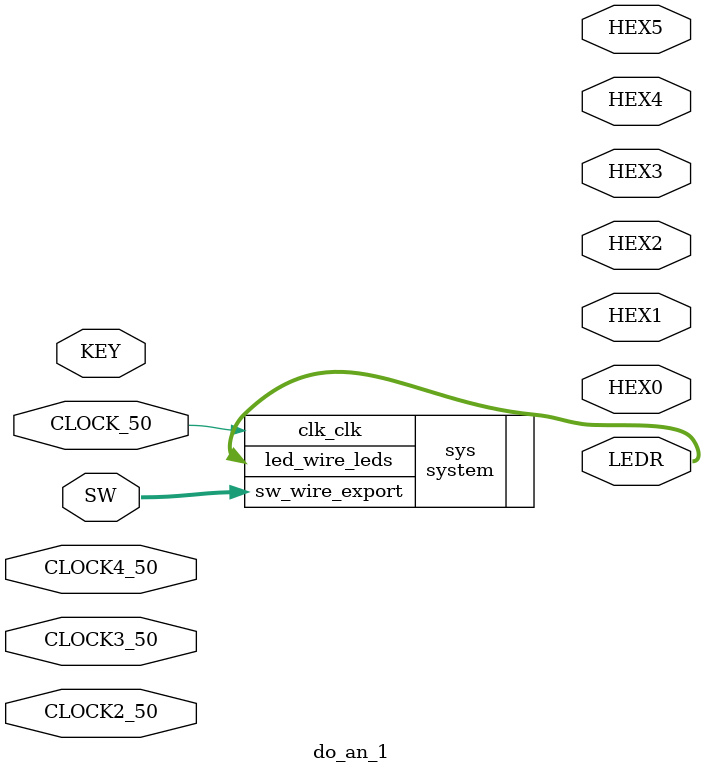
<source format=v>


module do_an_1(

	//////////// CLOCK //////////
	input 		          		CLOCK2_50,
	input 		          		CLOCK3_50,
	input 		          		CLOCK4_50,
	input 		          		CLOCK_50,

	//////////// KEY //////////
	input 		     [3:0]		KEY,

	//////////// SW //////////
	input 		     [9:0]		SW,

	//////////// LED //////////
	output		     [9:0]		LEDR,

	//////////// Seg7 //////////
	output		     [6:0]		HEX0,
	output		     [6:0]		HEX1,
	output		     [6:0]		HEX2,
	output		     [6:0]		HEX3,
	output		     [6:0]		HEX4,
	output		     [6:0]		HEX5
);



//=======================================================
//  REG/WIRE declarations
//=======================================================




//=======================================================
//  Structural coding
//=======================================================
system sys(
		.clk_clk(CLOCK_50),        //      clk.clk
		.led_wire_leds(LEDR),  // led_wire.leds
		.sw_wire_export(SW)  //  sw_wire.export
	);


endmodule

</source>
